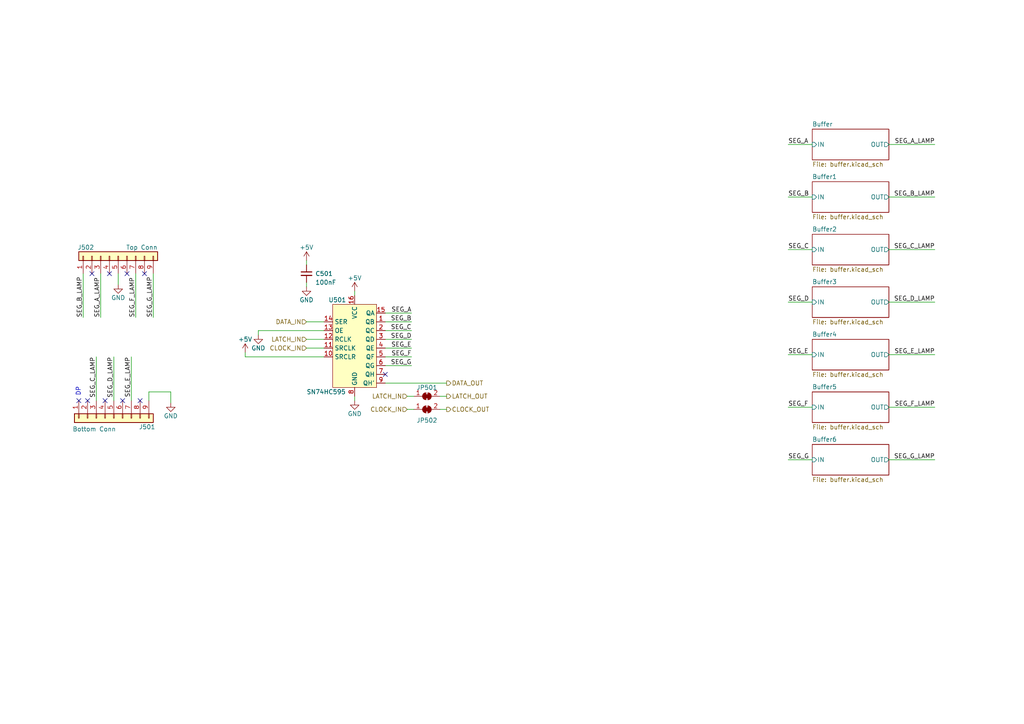
<source format=kicad_sch>
(kicad_sch (version 20211123) (generator eeschema)
  (paper "A4")
  (title_block (title "Days Without Incident Sign") (date "2022-06-24") (rev "${REVISION}") (company "FRC 1721") (comment 4 "Release: ${FULL_REVISION}"))
  (lib_symbols
    (symbol "Connector_Generic:Conn_01x09" (pin_names (offset 1.016) hide)
      (property "Reference" "J" (at 0 12.7 0))
      (property "Value" "Conn_01x09" (at 0 -12.7 0))
      (symbol "Conn_01x09_1_1"
        (rectangle (start -1.27 -10.033) (end 0 -10.287) (stroke (width 0.1524)))
        (rectangle (start -1.27 -7.493) (end 0 -7.747) (stroke (width 0.1524)))
        (rectangle (start -1.27 -4.953) (end 0 -5.207) (stroke (width 0.1524)))
        (rectangle (start -1.27 -2.413) (end 0 -2.667) (stroke (width 0.1524)))
        (rectangle (start -1.27 0.127) (end 0 -0.127) (stroke (width 0.1524)))
        (rectangle (start -1.27 2.667) (end 0 2.413) (stroke (width 0.1524)))
        (rectangle (start -1.27 5.207) (end 0 4.953) (stroke (width 0.1524)))
        (rectangle (start -1.27 7.747) (end 0 7.493) (stroke (width 0.1524)))
        (rectangle (start -1.27 10.287) (end 0 10.033) (stroke (width 0.1524)))
        (rectangle (start -1.27 11.43) (end 1.27 -11.43) (stroke (width 0.254)) (fill (type background)))
        (pin passive line (at -5.08 10.16 0) (length 3.81) (name "Pin_1") (number "1"))
        (pin passive line (at -5.08 7.62 0) (length 3.81) (name "Pin_2") (number "2"))
        (pin passive line (at -5.08 5.08 0) (length 3.81) (name "Pin_3") (number "3"))
        (pin passive line (at -5.08 2.54 0) (length 3.81) (name "Pin_4") (number "4"))
        (pin passive line (at -5.08 0 0) (length 3.81) (name "Pin_5") (number "5"))
        (pin passive line (at -5.08 -2.54 0) (length 3.81) (name "Pin_6") (number "6"))
        (pin passive line (at -5.08 -5.08 0) (length 3.81) (name "Pin_7") (number "7"))
        (pin passive line (at -5.08 -7.62 0) (length 3.81) (name "Pin_8") (number "8"))
        (pin passive line (at -5.08 -10.16 0) (length 3.81) (name "Pin_9") (number "9"))
      )
    )
    (symbol "Device:C_Small" (pin_numbers hide) (pin_names (offset 0.254) hide)
      (property "Reference" "C" (at 0.254 1.778 0))
      (property "Value" "C_Small" (at 0.254 -2.032 0))
      (symbol "C_Small_0_1"
        (polyline (pts (xy -1.524 -0.508) (xy 1.524 -0.508)) (stroke (width 0.3302)))
        (polyline (pts (xy -1.524 0.508) (xy 1.524 0.508)) (stroke (width 0.3048)))
      )
      (symbol "C_Small_1_1"
        (pin passive line (at 0 2.54 270) (length 2.032) (name "~") (number "1"))
        (pin passive line (at 0 -2.54 90) (length 2.032) (name "~") (number "2"))
      )
    )
    (symbol "Jumper:SolderJumper_2_Bridged" (pin_names (offset 0) hide)
      (property "Reference" "JP" (at 0 2.032 0))
      (property "Value" "SolderJumper_2_Bridged" (at 0 -2.54 0))
      (symbol "SolderJumper_2_Bridged_0_1"
        (rectangle (start -0.508 0.508) (end 0.508 -0.508) (fill (type outline)))
        (arc (start -0.254 1.016) (mid -1.27 0) (end -0.254 -1.016))
        (arc (start -0.254 1.016) (mid -1.27 0) (end -0.254 -1.016) (fill (type outline)))
        (polyline (pts (xy -0.254 1.016) (xy -0.254 -1.016)))
        (polyline (pts (xy 0.254 1.016) (xy 0.254 -1.016)))
        (arc (start 0.254 -1.016) (mid 1.27 0) (end 0.254 1.016))
        (arc (start 0.254 -1.016) (mid 1.27 0) (end 0.254 1.016) (fill (type outline)))
      )
      (symbol "SolderJumper_2_Bridged_1_1"
        (pin passive line (at -3.81 0 0) (length 2.54) (name "A") (number "1"))
        (pin passive line (at 3.81 0 180) (length 2.54) (name "B") (number "2"))
      )
    )
    (symbol "KenwoodFox:SN74HC595"
      (property "Reference" "U" (at -6.35 8.89 0))
      (property "Value" "SN74HC595" (at 7.62 -17.78 0))
      (symbol "SN74HC595_0_1"
        (rectangle (start -6.35 7.62) (end 6.35 -16.51) (fill (type background)))
      )
      (symbol "SN74HC595_1_1"
        (pin output line (at 8.89 2.54 180) (length 2.54) (name "QB") (number "1"))
        (pin input line (at -8.89 -7.62 0) (length 2.54) (name "SRCLR") (number "10"))
        (pin input line (at -8.89 -5.08 0) (length 2.54) (name "SRCLK") (number "11"))
        (pin input line (at -8.89 -2.54 0) (length 2.54) (name "RCLK") (number "12"))
        (pin input line (at -8.89 0 0) (length 2.54) (name "OE") (number "13"))
        (pin input line (at -8.89 2.54 0) (length 2.54) (name "SER") (number "14"))
        (pin output line (at 8.89 5.08 180) (length 2.54) (name "QA") (number "15"))
        (pin power_in line (at 0 10.16 270) (length 2.54) (name "VCC") (number "16"))
        (pin output line (at 8.89 0 180) (length 2.54) (name "QC") (number "2"))
        (pin output line (at 8.89 -2.54 180) (length 2.54) (name "QD") (number "3"))
        (pin output line (at 8.89 -5.08 180) (length 2.54) (name "QE") (number "4"))
        (pin output line (at 8.89 -7.62 180) (length 2.54) (name "QF") (number "5"))
        (pin output line (at 8.89 -10.16 180) (length 2.54) (name "QG") (number "6"))
        (pin output line (at 8.89 -12.7 180) (length 2.54) (name "QH") (number "7"))
        (pin power_in line (at 0 -19.05 90) (length 2.54) (name "GND") (number "8"))
        (pin output line (at 8.89 -15.24 180) (length 2.54) (name "QH'") (number "9"))
      )
    )
    (symbol "power:+5V" (power) (pin_names (offset 0))
      (property "Value" "+5V" (at 0 3.556 0))
      (symbol "+5V_0_1"
        (polyline (pts (xy -0.762 1.27) (xy 0 2.54)))
        (polyline (pts (xy 0 0) (xy 0 2.54)))
        (polyline (pts (xy 0 2.54) (xy 0.762 1.27)))
      )
      (symbol "+5V_1_1"
        (pin power_in line (at 0 0 90) (length 0) hide (name "+5V") (number "1"))
      )
    )
    (symbol "power:GND" (power) (pin_names (offset 0))
      (property "Value" "GND" (at 0 -3.81 0))
      (symbol "GND_0_1"
        (polyline (pts (xy 0 0) (xy 0 -1.27) (xy 1.27 -1.27) (xy 0 -2.54) (xy -1.27 -1.27) (xy 0 -1.27)))
      )
      (symbol "GND_1_1"
        (pin power_in line (at 0 0 270) (length 0) hide (name "GND") (number "1"))
      )
    )
  )
  (no_connect (at 25.4 116.205))
  (no_connect (at 35.56 116.205))
  (no_connect (at 36.83 79.375))
  (no_connect (at 41.91 79.375))
  (no_connect (at 26.67 79.375))
  (no_connect (at 30.48 116.205))
  (no_connect (at 111.76 108.585))
  (no_connect (at 40.64 116.205))
  (no_connect (at 31.75 79.375))
  (no_connect (at 22.86 116.205))
  (wire (pts (xy 34.29 82.55) (xy 34.29 79.375)))
  (wire (pts (xy 44.45 92.075) (xy 44.45 79.375)))
  (wire (pts (xy 127.635 118.745) (xy 129.54 118.745)))
  (wire (pts (xy 119.38 93.345) (xy 111.76 93.345)))
  (wire (pts (xy 228.6 87.63) (xy 235.585 87.63)))
  (wire (pts (xy 43.18 113.665) (xy 43.18 116.205)))
  (wire (pts (xy 228.6 133.35) (xy 235.585 133.35)))
  (wire (pts (xy 119.38 90.805) (xy 111.76 90.805)))
  (wire (pts (xy 119.38 98.425) (xy 111.76 98.425)))
  (wire (pts (xy 127.635 114.935) (xy 129.54 114.935)))
  (wire (pts (xy 24.13 92.075) (xy 24.13 79.375)))
  (wire (pts (xy 88.9 75.565) (xy 88.9 76.835)))
  (wire (pts (xy 38.1 103.505) (xy 38.1 116.205)))
  (wire (pts (xy 102.87 84.455) (xy 102.87 85.725)))
  (wire (pts (xy 29.21 92.075) (xy 29.21 79.375)))
  (wire (pts (xy 119.38 100.965) (xy 111.76 100.965)))
  (wire (pts (xy 119.38 95.885) (xy 111.76 95.885)))
  (wire (pts (xy 33.02 103.505) (xy 33.02 116.205)))
  (wire (pts (xy 257.81 87.63) (xy 271.145 87.63)))
  (wire (pts (xy 102.87 114.935) (xy 102.87 116.205)))
  (wire (pts (xy 118.11 118.745) (xy 120.015 118.745)))
  (wire (pts (xy 129.54 111.125) (xy 111.76 111.125)))
  (wire (pts (xy 228.6 118.11) (xy 235.585 118.11)))
  (wire (pts (xy 71.12 103.505) (xy 93.98 103.505)))
  (wire (pts (xy 119.38 103.505) (xy 111.76 103.505)))
  (wire (pts (xy 257.81 133.35) (xy 271.145 133.35)))
  (wire (pts (xy 257.81 102.87) (xy 271.145 102.87)))
  (wire (pts (xy 74.93 95.885) (xy 74.93 97.155)))
  (wire (pts (xy 49.53 113.665) (xy 49.53 116.84)))
  (wire (pts (xy 228.6 57.15) (xy 235.585 57.15)))
  (wire (pts (xy 88.9 93.345) (xy 93.98 93.345)))
  (wire (pts (xy 88.9 98.425) (xy 93.98 98.425)))
  (wire (pts (xy 257.81 41.91) (xy 271.145 41.91)))
  (wire (pts (xy 119.38 106.045) (xy 111.76 106.045)))
  (wire (pts (xy 257.81 57.15) (xy 271.145 57.15)))
  (wire (pts (xy 257.81 72.39) (xy 271.145 72.39)))
  (wire (pts (xy 257.81 118.11) (xy 271.145 118.11)))
  (wire (pts (xy 118.11 114.935) (xy 120.015 114.935)))
  (wire (pts (xy 71.12 102.235) (xy 71.12 103.505)))
  (wire (pts (xy 88.9 83.185) (xy 88.9 81.915)))
  (wire (pts (xy 228.6 72.39) (xy 235.585 72.39)))
  (wire (pts (xy 27.94 103.505) (xy 27.94 116.205)))
  (wire (pts (xy 88.9 100.965) (xy 93.98 100.965)))
  (wire (pts (xy 43.18 113.665) (xy 49.53 113.665)))
  (wire (pts (xy 39.37 92.075) (xy 39.37 79.375)))
  (wire (pts (xy 228.6 102.87) (xy 235.585 102.87)))
  (wire (pts (xy 228.6 41.91) (xy 235.585 41.91)))
  (wire (pts (xy 93.98 95.885) (xy 74.93 95.885)))
  (text "DP" (at 23.495 114.935 90) (effects (font (size 1.27 1.27)) (justify left bottom)))
  (label "SEG_B" (at 228.6 57.15 0))
  (label "SEG_E_LAMP" (at 38.1 103.505 270))
  (label "SEG_A_LAMP" (at 271.145 41.91 180))
  (label "SEG_E_LAMP" (at 271.145 102.87 180))
  (label "SEG_F" (at 228.6 118.11 0))
  (label "SEG_B_LAMP" (at 24.13 92.075 90))
  (label "SEG_B" (at 119.38 93.345 180))
  (label "SEG_D_LAMP" (at 271.145 87.63 180))
  (label "SEG_C_LAMP" (at 27.94 103.505 270))
  (label "SEG_A_LAMP" (at 29.21 92.075 90))
  (label "SEG_C" (at 228.6 72.39 0))
  (label "SEG_C_LAMP" (at 271.145 72.39 180))
  (label "SEG_F" (at 119.38 103.505 180))
  (label "SEG_F_LAMP" (at 271.145 118.11 180))
  (label "SEG_D" (at 119.38 98.425 180))
  (label "SEG_E" (at 228.6 102.87 0))
  (label "SEG_G_LAMP" (at 271.145 133.35 180))
  (label "SEG_G" (at 228.6 133.35 0))
  (label "SEG_E" (at 119.38 100.965 180))
  (label "SEG_F_LAMP" (at 39.37 92.075 90))
  (label "SEG_D_LAMP" (at 33.02 103.505 270))
  (label "SEG_B_LAMP" (at 271.145 57.15 180))
  (label "SEG_G" (at 119.38 106.045 180))
  (label "SEG_A" (at 228.6 41.91 0))
  (label "SEG_G_LAMP" (at 44.45 92.075 90))
  (label "SEG_D" (at 228.6 87.63 0))
  (label "SEG_A" (at 119.38 90.805 180))
  (label "SEG_C" (at 119.38 95.885 180))
  (hierarchical_label "DATA_IN" (shape input) (at 88.9 93.345 180))
  (hierarchical_label "CLOCK_OUT" (shape output) (at 129.54 118.745 0))
  (hierarchical_label "CLOCK_IN" (shape input) (at 88.9 100.965 180))
  (hierarchical_label "DATA_OUT" (shape output) (at 129.54 111.125 0))
  (hierarchical_label "LATCH_IN" (shape input) (at 88.9 98.425 180))
  (hierarchical_label "LATCH_IN" (shape input) (at 118.11 114.935 180))
  (hierarchical_label "CLOCK_IN" (shape input) (at 118.11 118.745 180))
  (hierarchical_label "LATCH_OUT" (shape output) (at 129.54 114.935 0))
  (symbol (lib_id "Jumper:SolderJumper_2_Bridged") (at 123.825 118.745 0) (unit 1)
    (property "Reference" "JP502" (at 123.825 121.92 0))
    (property "Value" "SolderJumper_2_Bridged" (effects hide))
    (property "Footprint" "Jumper:SolderJumper-2_P1.3mm_Bridged_Pad1.0x1.5mm" (effects hide))
  )
  (symbol (lib_id "Jumper:SolderJumper_2_Bridged") (at 123.825 114.935 0) (unit 1)
    (property "Reference" "JP501" (at 123.825 112.395 0))
    (property "Value" "SolderJumper_2_Bridged" (effects hide))
    (property "Footprint" "Jumper:SolderJumper-2_P1.3mm_Bridged_Pad1.0x1.5mm" (effects hide))
  )
  (symbol (lib_id "Connector_Generic:Conn_01x09") (at 34.29 74.295 90) (unit 1)
    (property "Reference" "J502" (at 27.305 71.755 90) (effects (justify left)))
    (property "Value" "Top Conn" (at 45.72 71.755 90) (effects (justify left)))
    (property "Footprint" "Connector_PinSocket_2.54mm:PinSocket_1x09_P2.54mm_Vertical" (effects hide))
  )
  (symbol (lib_id "KenwoodFox:SN74HC595") (at 102.87 95.885 0) (unit 1)
    (property "Reference" "U501" (at 95.25 86.995 0) (effects (justify left)))
    (property "Value" "SN74HC595" (at 88.9 113.665 0) (effects (justify left)))
    (property "Footprint" "KenwoodFox:SN74HC595" (effects hide))
  )
  (symbol (lib_id "power:GND") (at 102.87 116.205 0) (unit 1)
    (property "Reference" "#PWR0508" (effects hide))
    (property "Value" "GND" (at 102.87 120.015 0))
  )
  (symbol (lib_id "power:GND") (at 88.9 83.185 0) (unit 1)
    (property "Reference" "#PWR0506" (effects hide))
    (property "Value" "GND" (at 88.9 86.995 0))
  )
  (symbol (lib_id "power:+5V") (at 71.12 102.235 0) (unit 1)
    (property "Reference" "#PWR0503" (effects hide))
    (property "Value" "+5V" (at 71.12 98.425 0))
  )
  (symbol (lib_id "power:GND") (at 74.93 97.155 0) (unit 1)
    (property "Reference" "#PWR0504" (effects hide))
    (property "Value" "GND" (at 74.93 100.965 0))
  )
  (symbol (lib_id "power:+5V") (at 102.87 84.455 0) (unit 1)
    (property "Reference" "#PWR0507" (effects hide))
    (property "Value" "+5V" (at 102.87 80.645 0))
  )
  (symbol (lib_id "Connector_Generic:Conn_01x09") (at 33.02 121.285 90) (mirror x) (unit 1)
    (property "Reference" "J501" (at 45.085 123.825 90) (effects (justify left)))
    (property "Value" "Bottom Conn" (at 33.655 124.46 90) (effects (justify left)))
    (property "Footprint" "Connector_PinSocket_2.54mm:PinSocket_1x09_P2.54mm_Vertical" (effects hide))
  )
  (symbol (lib_id "power:+5V") (at 88.9 75.565 0) (unit 1)
    (property "Reference" "#PWR0505" (effects hide))
    (property "Value" "+5V" (at 88.9 71.755 0))
  )
  (symbol (lib_id "Device:C_Small") (at 88.9 79.375 0) (unit 1)
    (property "Reference" "C501" (at 91.44 79.375 0) (effects (justify left)))
    (property "Value" "100nF" (at 91.44 81.915 0) (effects (justify left)))
    (property "Footprint" "Capacitor_SMD:C_0805_2012Metric" (effects hide))
  )
  (symbol (lib_id "power:GND") (at 34.29 82.55 0) (unit 1)
    (property "Reference" "#PWR0501" (effects hide))
    (property "Value" "GND" (at 34.29 86.36 0))
  )
  (symbol (lib_id "power:GND") (at 49.53 116.84 0) (unit 1)
    (property "Reference" "#PWR0502" (effects hide))
    (property "Value" "GND" (at 49.53 120.65 0))
  )
  (sheet (at 235.585 37.465) (size 22.225 8.89) (stroke (width 0.1524))
    (property "Sheet name" "Buffer" (at 235.585 36.7534 0) (effects (justify left bottom)))
    (property "Sheet file" "buffer.kicad_sch" (at 235.585 46.9396 0) (effects (justify left top)))
    (pin "OUT" output (at 257.81 41.91 0))
    (pin "IN" input (at 235.585 41.91 180))
  )
  (sheet (at 235.585 113.665) (size 22.225 8.89) (stroke (width 0.1524))
    (property "Sheet name" "Buffer5" (at 235.585 112.9534 0) (effects (justify left bottom)))
    (property "Sheet file" "buffer.kicad_sch" (at 235.585 123.1396 0) (effects (justify left top)))
    (pin "OUT" output (at 257.81 118.11 0))
    (pin "IN" input (at 235.585 118.11 180))
  )
  (sheet (at 235.585 128.905) (size 22.225 8.89) (stroke (width 0.1524))
    (property "Sheet name" "Buffer6" (at 235.585 128.1934 0) (effects (justify left bottom)))
    (property "Sheet file" "buffer.kicad_sch" (at 235.585 138.3796 0) (effects (justify left top)))
    (pin "OUT" output (at 257.81 133.35 0))
    (pin "IN" input (at 235.585 133.35 180))
  )
  (sheet (at 235.585 52.705) (size 22.225 8.89) (stroke (width 0.1524))
    (property "Sheet name" "Buffer1" (at 235.585 51.9934 0) (effects (justify left bottom)))
    (property "Sheet file" "buffer.kicad_sch" (at 235.585 62.1796 0) (effects (justify left top)))
    (pin "OUT" output (at 257.81 57.15 0))
    (pin "IN" input (at 235.585 57.15 180))
  )
  (sheet (at 235.585 67.945) (size 22.225 8.89) (stroke (width 0.1524))
    (property "Sheet name" "Buffer2" (at 235.585 67.2334 0) (effects (justify left bottom)))
    (property "Sheet file" "buffer.kicad_sch" (at 235.585 77.4196 0) (effects (justify left top)))
    (pin "OUT" output (at 257.81 72.39 0))
    (pin "IN" input (at 235.585 72.39 180))
  )
  (sheet (at 235.585 98.425) (size 22.225 8.89) (stroke (width 0.1524))
    (property "Sheet name" "Buffer4" (at 235.585 97.7134 0) (effects (justify left bottom)))
    (property "Sheet file" "buffer.kicad_sch" (at 235.585 107.8996 0) (effects (justify left top)))
    (pin "OUT" output (at 257.81 102.87 0))
    (pin "IN" input (at 235.585 102.87 180))
  )
  (sheet (at 235.585 83.185) (size 22.225 8.89) (stroke (width 0.1524))
    (property "Sheet name" "Buffer3" (at 235.585 82.4734 0) (effects (justify left bottom)))
    (property "Sheet file" "buffer.kicad_sch" (at 235.585 92.6596 0) (effects (justify left top)))
    (pin "OUT" output (at 257.81 87.63 0))
    (pin "IN" input (at 235.585 87.63 180))
  )
)
</source>
